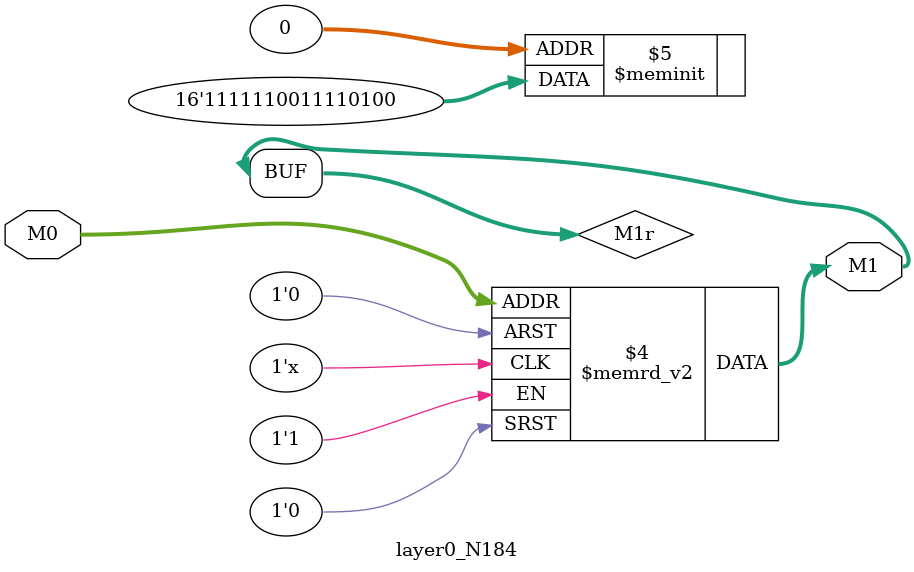
<source format=v>
module layer0_N184 ( input [2:0] M0, output [1:0] M1 );

	(*rom_style = "distributed" *) reg [1:0] M1r;
	assign M1 = M1r;
	always @ (M0) begin
		case (M0)
			3'b000: M1r = 2'b00;
			3'b100: M1r = 2'b00;
			3'b010: M1r = 2'b11;
			3'b110: M1r = 2'b11;
			3'b001: M1r = 2'b01;
			3'b101: M1r = 2'b11;
			3'b011: M1r = 2'b11;
			3'b111: M1r = 2'b11;

		endcase
	end
endmodule

</source>
